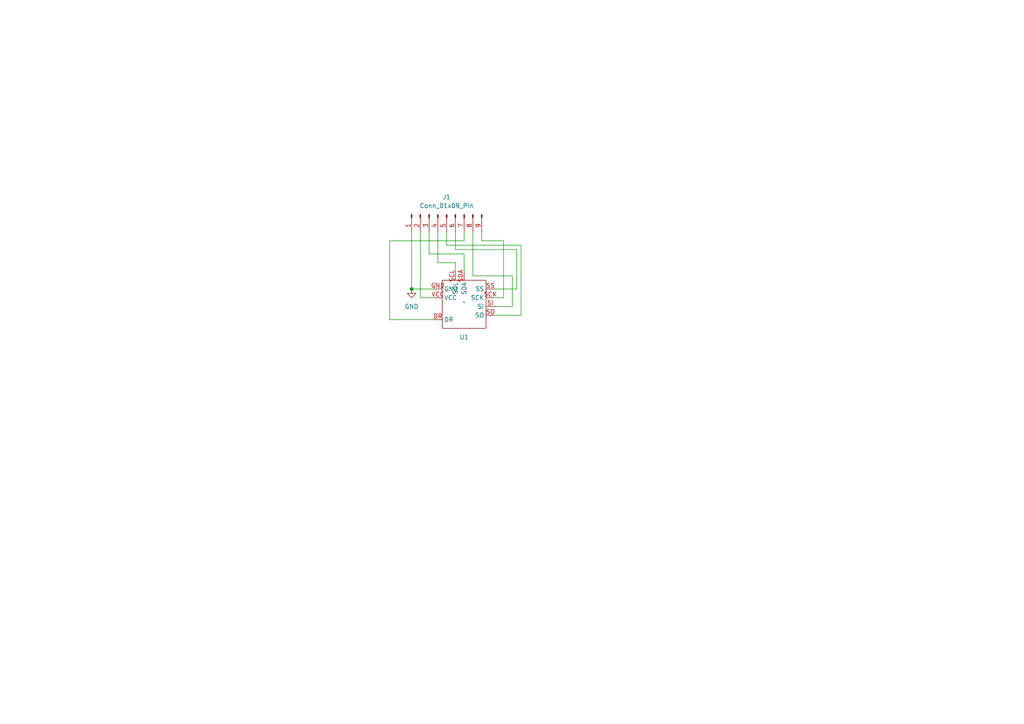
<source format=kicad_sch>
(kicad_sch (version 20230121) (generator eeschema)

  (uuid c3f50a33-81ad-446e-adb7-61f5cafd86a6)

  (paper "A4")

  (lib_symbols
    (symbol "Connector:Conn_01x09_Pin" (pin_names (offset 1.016) hide) (in_bom yes) (on_board yes)
      (property "Reference" "J" (at 0 12.7 0)
        (effects (font (size 1.27 1.27)))
      )
      (property "Value" "Conn_01x09_Pin" (at 0 -12.7 0)
        (effects (font (size 1.27 1.27)))
      )
      (property "Footprint" "" (at 0 0 0)
        (effects (font (size 1.27 1.27)) hide)
      )
      (property "Datasheet" "~" (at 0 0 0)
        (effects (font (size 1.27 1.27)) hide)
      )
      (property "ki_locked" "" (at 0 0 0)
        (effects (font (size 1.27 1.27)))
      )
      (property "ki_keywords" "connector" (at 0 0 0)
        (effects (font (size 1.27 1.27)) hide)
      )
      (property "ki_description" "Generic connector, single row, 01x09, script generated" (at 0 0 0)
        (effects (font (size 1.27 1.27)) hide)
      )
      (property "ki_fp_filters" "Connector*:*_1x??_*" (at 0 0 0)
        (effects (font (size 1.27 1.27)) hide)
      )
      (symbol "Conn_01x09_Pin_1_1"
        (polyline
          (pts
            (xy 1.27 -10.16)
            (xy 0.8636 -10.16)
          )
          (stroke (width 0.1524) (type default))
          (fill (type none))
        )
        (polyline
          (pts
            (xy 1.27 -7.62)
            (xy 0.8636 -7.62)
          )
          (stroke (width 0.1524) (type default))
          (fill (type none))
        )
        (polyline
          (pts
            (xy 1.27 -5.08)
            (xy 0.8636 -5.08)
          )
          (stroke (width 0.1524) (type default))
          (fill (type none))
        )
        (polyline
          (pts
            (xy 1.27 -2.54)
            (xy 0.8636 -2.54)
          )
          (stroke (width 0.1524) (type default))
          (fill (type none))
        )
        (polyline
          (pts
            (xy 1.27 0)
            (xy 0.8636 0)
          )
          (stroke (width 0.1524) (type default))
          (fill (type none))
        )
        (polyline
          (pts
            (xy 1.27 2.54)
            (xy 0.8636 2.54)
          )
          (stroke (width 0.1524) (type default))
          (fill (type none))
        )
        (polyline
          (pts
            (xy 1.27 5.08)
            (xy 0.8636 5.08)
          )
          (stroke (width 0.1524) (type default))
          (fill (type none))
        )
        (polyline
          (pts
            (xy 1.27 7.62)
            (xy 0.8636 7.62)
          )
          (stroke (width 0.1524) (type default))
          (fill (type none))
        )
        (polyline
          (pts
            (xy 1.27 10.16)
            (xy 0.8636 10.16)
          )
          (stroke (width 0.1524) (type default))
          (fill (type none))
        )
        (rectangle (start 0.8636 -10.033) (end 0 -10.287)
          (stroke (width 0.1524) (type default))
          (fill (type outline))
        )
        (rectangle (start 0.8636 -7.493) (end 0 -7.747)
          (stroke (width 0.1524) (type default))
          (fill (type outline))
        )
        (rectangle (start 0.8636 -4.953) (end 0 -5.207)
          (stroke (width 0.1524) (type default))
          (fill (type outline))
        )
        (rectangle (start 0.8636 -2.413) (end 0 -2.667)
          (stroke (width 0.1524) (type default))
          (fill (type outline))
        )
        (rectangle (start 0.8636 0.127) (end 0 -0.127)
          (stroke (width 0.1524) (type default))
          (fill (type outline))
        )
        (rectangle (start 0.8636 2.667) (end 0 2.413)
          (stroke (width 0.1524) (type default))
          (fill (type outline))
        )
        (rectangle (start 0.8636 5.207) (end 0 4.953)
          (stroke (width 0.1524) (type default))
          (fill (type outline))
        )
        (rectangle (start 0.8636 7.747) (end 0 7.493)
          (stroke (width 0.1524) (type default))
          (fill (type outline))
        )
        (rectangle (start 0.8636 10.287) (end 0 10.033)
          (stroke (width 0.1524) (type default))
          (fill (type outline))
        )
        (pin passive line (at 5.08 10.16 180) (length 3.81)
          (name "Pin_1" (effects (font (size 1.27 1.27))))
          (number "1" (effects (font (size 1.27 1.27))))
        )
        (pin passive line (at 5.08 7.62 180) (length 3.81)
          (name "Pin_2" (effects (font (size 1.27 1.27))))
          (number "2" (effects (font (size 1.27 1.27))))
        )
        (pin passive line (at 5.08 5.08 180) (length 3.81)
          (name "Pin_3" (effects (font (size 1.27 1.27))))
          (number "3" (effects (font (size 1.27 1.27))))
        )
        (pin passive line (at 5.08 2.54 180) (length 3.81)
          (name "Pin_4" (effects (font (size 1.27 1.27))))
          (number "4" (effects (font (size 1.27 1.27))))
        )
        (pin passive line (at 5.08 0 180) (length 3.81)
          (name "Pin_5" (effects (font (size 1.27 1.27))))
          (number "5" (effects (font (size 1.27 1.27))))
        )
        (pin passive line (at 5.08 -2.54 180) (length 3.81)
          (name "Pin_6" (effects (font (size 1.27 1.27))))
          (number "6" (effects (font (size 1.27 1.27))))
        )
        (pin passive line (at 5.08 -5.08 180) (length 3.81)
          (name "Pin_7" (effects (font (size 1.27 1.27))))
          (number "7" (effects (font (size 1.27 1.27))))
        )
        (pin passive line (at 5.08 -7.62 180) (length 3.81)
          (name "Pin_8" (effects (font (size 1.27 1.27))))
          (number "8" (effects (font (size 1.27 1.27))))
        )
        (pin passive line (at 5.08 -10.16 180) (length 3.81)
          (name "Pin_9" (effects (font (size 1.27 1.27))))
          (number "9" (effects (font (size 1.27 1.27))))
        )
      )
    )
    (symbol "cirque4040:cirque4040" (in_bom yes) (on_board yes)
      (property "Reference" "U" (at 0 -8.89 0)
        (effects (font (size 1.27 1.27)))
      )
      (property "Value" "" (at 0 0 0)
        (effects (font (size 1.27 1.27)))
      )
      (property "Footprint" "" (at 0 0 0)
        (effects (font (size 1.27 1.27)) hide)
      )
      (property "Datasheet" "" (at 0 0 0)
        (effects (font (size 1.27 1.27)) hide)
      )
      (symbol "cirque4040_0_1"
        (rectangle (start -6.35 6.35) (end 6.35 -7.62)
          (stroke (width 0) (type default))
          (fill (type none))
        )
      )
      (symbol "cirque4040_1_1"
        (pin input line (at -8.89 -5.08 0) (length 2.54)
          (name "DR" (effects (font (size 1.27 1.27))))
          (number "DR" (effects (font (size 1.27 1.27))))
        )
        (pin input line (at -8.89 3.81 0) (length 2.54)
          (name "GND" (effects (font (size 1.27 1.27))))
          (number "GND" (effects (font (size 1.27 1.27))))
        )
        (pin input line (at 8.89 1.27 180) (length 2.54)
          (name "SCK" (effects (font (size 1.27 1.27))))
          (number "SCK" (effects (font (size 1.27 1.27))))
        )
        (pin input line (at -2.54 8.89 270) (length 2.54)
          (name "SCL" (effects (font (size 1.27 1.27))))
          (number "SCL" (effects (font (size 1.27 1.27))))
        )
        (pin input line (at 0 8.89 270) (length 2.54)
          (name "SDA" (effects (font (size 1.27 1.27))))
          (number "SDA" (effects (font (size 1.27 1.27))))
        )
        (pin input line (at 8.89 -1.27 180) (length 2.54)
          (name "SI" (effects (font (size 1.27 1.27))))
          (number "SI" (effects (font (size 1.27 1.27))))
        )
        (pin input line (at 8.89 -3.81 180) (length 2.54)
          (name "SO" (effects (font (size 1.27 1.27))))
          (number "SO" (effects (font (size 1.27 1.27))))
        )
        (pin input line (at 8.89 3.81 180) (length 2.54)
          (name "SS" (effects (font (size 1.27 1.27))))
          (number "SS" (effects (font (size 1.27 1.27))))
        )
        (pin input line (at -8.89 1.27 0) (length 2.54)
          (name "VCC" (effects (font (size 1.27 1.27))))
          (number "VCC" (effects (font (size 1.27 1.27))))
        )
      )
    )
    (symbol "power:GND" (power) (pin_names (offset 0)) (in_bom yes) (on_board yes)
      (property "Reference" "#PWR" (at 0 -6.35 0)
        (effects (font (size 1.27 1.27)) hide)
      )
      (property "Value" "GND" (at 0 -3.81 0)
        (effects (font (size 1.27 1.27)))
      )
      (property "Footprint" "" (at 0 0 0)
        (effects (font (size 1.27 1.27)) hide)
      )
      (property "Datasheet" "" (at 0 0 0)
        (effects (font (size 1.27 1.27)) hide)
      )
      (property "ki_keywords" "global power" (at 0 0 0)
        (effects (font (size 1.27 1.27)) hide)
      )
      (property "ki_description" "Power symbol creates a global label with name \"GND\" , ground" (at 0 0 0)
        (effects (font (size 1.27 1.27)) hide)
      )
      (symbol "GND_0_1"
        (polyline
          (pts
            (xy 0 0)
            (xy 0 -1.27)
            (xy 1.27 -1.27)
            (xy 0 -2.54)
            (xy -1.27 -1.27)
            (xy 0 -1.27)
          )
          (stroke (width 0) (type default))
          (fill (type none))
        )
      )
      (symbol "GND_1_1"
        (pin power_in line (at 0 0 270) (length 0) hide
          (name "GND" (effects (font (size 1.27 1.27))))
          (number "1" (effects (font (size 1.27 1.27))))
        )
      )
    )
  )

  (junction (at 119.38 83.82) (diameter 0) (color 0 0 0 0)
    (uuid 81ffa77c-6c7a-4343-bc75-b0c638aacd7b)
  )

  (wire (pts (xy 143.51 83.82) (xy 149.86 83.82))
    (stroke (width 0) (type default))
    (uuid 014bccf9-7669-4dd4-a911-2eb4872922c2)
  )
  (wire (pts (xy 139.7 69.85) (xy 139.7 67.31))
    (stroke (width 0) (type default))
    (uuid 01cc0759-f90c-46d8-9ace-fdf61e7757b8)
  )
  (wire (pts (xy 132.08 72.39) (xy 132.08 67.31))
    (stroke (width 0) (type default))
    (uuid 055ec9f9-cca0-4be6-bd20-4327352d5cb4)
  )
  (wire (pts (xy 143.51 86.36) (xy 146.05 86.36))
    (stroke (width 0) (type default))
    (uuid 06a55729-92ad-4852-aebf-241c63aadb8c)
  )
  (wire (pts (xy 129.54 67.31) (xy 129.54 71.12))
    (stroke (width 0) (type default))
    (uuid 10a33732-58cc-48f2-a048-cdb330db8418)
  )
  (wire (pts (xy 121.92 86.36) (xy 121.92 67.31))
    (stroke (width 0) (type default))
    (uuid 36fc14f0-bb15-4477-ad41-08eadb8b4d78)
  )
  (wire (pts (xy 132.08 76.2) (xy 127 76.2))
    (stroke (width 0) (type default))
    (uuid 3d68a244-e222-448c-95c2-4a20b4a79371)
  )
  (wire (pts (xy 146.05 69.85) (xy 139.7 69.85))
    (stroke (width 0) (type default))
    (uuid 412e2a54-909c-409b-a0d8-e1166923d3e3)
  )
  (wire (pts (xy 149.86 83.82) (xy 149.86 72.39))
    (stroke (width 0) (type default))
    (uuid 572be5be-c4ec-41dc-9b9c-d66144fcff9f)
  )
  (wire (pts (xy 137.16 80.01) (xy 148.59 80.01))
    (stroke (width 0) (type default))
    (uuid 59ccfc8a-1ff5-492b-90f4-00c136d3ec10)
  )
  (wire (pts (xy 132.08 78.74) (xy 132.08 76.2))
    (stroke (width 0) (type default))
    (uuid 5e435d8b-c464-4d25-afa4-d2b9d31f5a32)
  )
  (wire (pts (xy 143.51 91.44) (xy 151.13 91.44))
    (stroke (width 0) (type default))
    (uuid 6068c2aa-a862-4aa8-99dc-9c6a8eb2b31f)
  )
  (wire (pts (xy 125.73 83.82) (xy 119.38 83.82))
    (stroke (width 0) (type default))
    (uuid 62a328eb-96b9-4caa-945a-9b058a51e7e9)
  )
  (wire (pts (xy 151.13 71.12) (xy 129.54 71.12))
    (stroke (width 0) (type default))
    (uuid 76297fd8-19a3-4485-9f78-970b312f2be5)
  )
  (wire (pts (xy 148.59 80.01) (xy 148.59 88.9))
    (stroke (width 0) (type default))
    (uuid 7c51933b-174d-492b-b7d4-a7460b42d74e)
  )
  (wire (pts (xy 134.62 69.85) (xy 134.62 67.31))
    (stroke (width 0) (type default))
    (uuid 85d5a7b3-f181-4e8c-b99b-ad05af5ca97b)
  )
  (wire (pts (xy 137.16 67.31) (xy 137.16 80.01))
    (stroke (width 0) (type default))
    (uuid 8861f493-b9b3-4ea3-8876-47cd67e01126)
  )
  (wire (pts (xy 127 76.2) (xy 127 67.31))
    (stroke (width 0) (type default))
    (uuid 907f8137-7733-4f23-9394-d51c5f3b7984)
  )
  (wire (pts (xy 148.59 88.9) (xy 143.51 88.9))
    (stroke (width 0) (type default))
    (uuid 9a04e103-bc5e-4f2d-8c67-4b96fa47f08b)
  )
  (wire (pts (xy 125.73 86.36) (xy 121.92 86.36))
    (stroke (width 0) (type default))
    (uuid 9b571966-a59e-471c-b0ad-0f4a8ff34cef)
  )
  (wire (pts (xy 134.62 78.74) (xy 134.62 73.66))
    (stroke (width 0) (type default))
    (uuid a1954759-37e4-4450-9cd0-2307f7adac9c)
  )
  (wire (pts (xy 146.05 86.36) (xy 146.05 69.85))
    (stroke (width 0) (type default))
    (uuid a56240ac-5319-4842-bc6e-422080ac8310)
  )
  (wire (pts (xy 134.62 73.66) (xy 124.46 73.66))
    (stroke (width 0) (type default))
    (uuid ad839dfe-6896-481c-a348-9ad6e5a5acaa)
  )
  (wire (pts (xy 119.38 83.82) (xy 119.38 67.31))
    (stroke (width 0) (type default))
    (uuid b0e7af77-0a60-4df4-878e-6c123010b988)
  )
  (wire (pts (xy 151.13 91.44) (xy 151.13 71.12))
    (stroke (width 0) (type default))
    (uuid b7a8091f-3bae-46c0-b83c-3892ae2eb85d)
  )
  (wire (pts (xy 113.03 92.71) (xy 113.03 69.85))
    (stroke (width 0) (type default))
    (uuid c6a9d314-d26e-40d6-8488-d95309a992f7)
  )
  (wire (pts (xy 132.08 72.39) (xy 149.86 72.39))
    (stroke (width 0) (type default))
    (uuid ceaa7783-11b4-4a53-8afa-ae869d7a166d)
  )
  (wire (pts (xy 113.03 69.85) (xy 134.62 69.85))
    (stroke (width 0) (type default))
    (uuid d92e7158-bddb-4950-b9d6-68adfdb9fe57)
  )
  (wire (pts (xy 124.46 73.66) (xy 124.46 67.31))
    (stroke (width 0) (type default))
    (uuid da72c29a-c4c0-4bb7-9e20-8b32b80426eb)
  )
  (wire (pts (xy 125.73 92.71) (xy 113.03 92.71))
    (stroke (width 0) (type default))
    (uuid db24b06a-d99f-49b4-8a4d-25f828408605)
  )

  (symbol (lib_id "cirque4040:cirque4040") (at 134.62 87.63 0) (unit 1)
    (in_bom yes) (on_board yes) (dnp no) (fields_autoplaced)
    (uuid 0c39504c-cd1b-457f-99d0-d49efabec79a)
    (property "Reference" "U1" (at 134.62 97.79 0)
      (effects (font (size 1.27 1.27)))
    )
    (property "Value" "~" (at 134.62 87.63 0)
      (effects (font (size 1.27 1.27)))
    )
    (property "Footprint" "cirque4040:cirque4040" (at 134.62 87.63 0)
      (effects (font (size 1.27 1.27)) hide)
    )
    (property "Datasheet" "" (at 134.62 87.63 0)
      (effects (font (size 1.27 1.27)) hide)
    )
    (pin "DR" (uuid b9e7f0a7-d278-4585-b4c3-82324207c1a1))
    (pin "GND" (uuid 3799fa81-65ea-48ca-bd52-9acce4ab5b30))
    (pin "SCK" (uuid 8e5992c1-cc09-48c9-a2ce-91a1bb393e76))
    (pin "SCL" (uuid 1f4273f2-0507-4265-8f10-f07893a5b519))
    (pin "SDA" (uuid 099c17c1-0240-4d40-98ba-ae0519fba66f))
    (pin "SI" (uuid ed7eddb5-c4c4-4375-a879-2492bc5e1f11))
    (pin "SO" (uuid 6f4f42b2-840e-4777-836c-f309b2da0211))
    (pin "SS" (uuid 28691ba7-7391-48fa-9920-53eb74c9ac97))
    (pin "VCC" (uuid 100e52da-123e-4f28-a4ec-4341f4625884))
    (instances
      (project "track"
        (path "/c3f50a33-81ad-446e-adb7-61f5cafd86a6"
          (reference "U1") (unit 1)
        )
      )
    )
  )

  (symbol (lib_id "Connector:Conn_01x09_Pin") (at 129.54 62.23 90) (mirror x) (unit 1)
    (in_bom yes) (on_board yes) (dnp no)
    (uuid 2951af38-0c32-4920-b6bf-ede30b1c66f8)
    (property "Reference" "J1" (at 129.54 57.15 90)
      (effects (font (size 1.27 1.27)))
    )
    (property "Value" "Conn_01x09_Pin" (at 129.54 59.69 90)
      (effects (font (size 1.27 1.27)))
    )
    (property "Footprint" "Connector_PinHeader_2.54mm:PinHeader_1x09_P2.54mm_Vertical" (at 129.54 62.23 0)
      (effects (font (size 1.27 1.27)) hide)
    )
    (property "Datasheet" "~" (at 129.54 62.23 0)
      (effects (font (size 1.27 1.27)) hide)
    )
    (pin "1" (uuid 0b894406-d454-4a59-9b0f-9c26e83661f4))
    (pin "2" (uuid aab4e3a9-c23b-4905-914b-33526d149d7a))
    (pin "3" (uuid 05bae9f7-2be9-4cfa-827d-ee50eda67b14))
    (pin "4" (uuid 40d288ee-415e-4c68-a45d-4e007eabd034))
    (pin "5" (uuid ea0b149e-02d7-4dda-876e-f28abf4eef27))
    (pin "6" (uuid 342124e9-9864-4355-9fd9-e099d4522fcd))
    (pin "7" (uuid 38ed7341-4253-47ee-9406-9bbbe080b3e8))
    (pin "8" (uuid 7514d65f-3479-4ff6-a7d3-0db55a64d1b3))
    (pin "9" (uuid 10ef1d81-2c08-4c74-9b75-2c2f5d4b702d))
    (instances
      (project "track"
        (path "/c3f50a33-81ad-446e-adb7-61f5cafd86a6"
          (reference "J1") (unit 1)
        )
      )
    )
  )

  (symbol (lib_id "power:GND") (at 119.38 83.82 0) (unit 1)
    (in_bom yes) (on_board yes) (dnp no) (fields_autoplaced)
    (uuid 82c36eeb-009d-4e9a-9066-e7870087f3a3)
    (property "Reference" "#PWR01" (at 119.38 90.17 0)
      (effects (font (size 1.27 1.27)) hide)
    )
    (property "Value" "GND" (at 119.38 88.9 0)
      (effects (font (size 1.27 1.27)))
    )
    (property "Footprint" "" (at 119.38 83.82 0)
      (effects (font (size 1.27 1.27)) hide)
    )
    (property "Datasheet" "" (at 119.38 83.82 0)
      (effects (font (size 1.27 1.27)) hide)
    )
    (pin "1" (uuid 38661364-d380-4739-998d-efcd84a2d559))
    (instances
      (project "track"
        (path "/c3f50a33-81ad-446e-adb7-61f5cafd86a6"
          (reference "#PWR01") (unit 1)
        )
      )
    )
  )

  (sheet_instances
    (path "/" (page "1"))
  )
)

</source>
